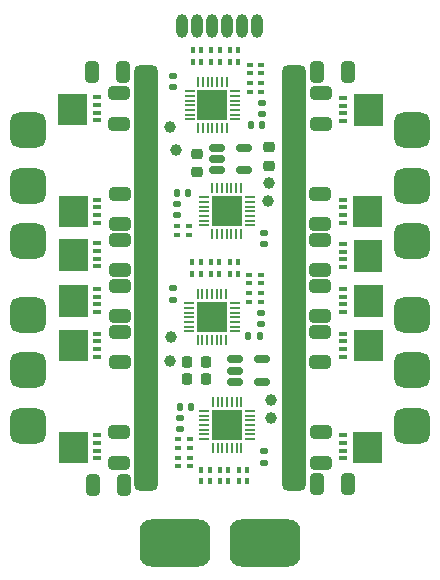
<source format=gbr>
%TF.GenerationSoftware,KiCad,Pcbnew,7.0.2*%
%TF.CreationDate,2023-05-24T20:20:14+03:00*%
%TF.ProjectId,Slimmeri_GD32,536c696d-6d65-4726-995f-474433322e6b,rev?*%
%TF.SameCoordinates,Original*%
%TF.FileFunction,Soldermask,Top*%
%TF.FilePolarity,Negative*%
%FSLAX46Y46*%
G04 Gerber Fmt 4.6, Leading zero omitted, Abs format (unit mm)*
G04 Created by KiCad (PCBNEW 7.0.2) date 2023-05-24 20:20:14*
%MOMM*%
%LPD*%
G01*
G04 APERTURE LIST*
G04 Aperture macros list*
%AMRoundRect*
0 Rectangle with rounded corners*
0 $1 Rounding radius*
0 $2 $3 $4 $5 $6 $7 $8 $9 X,Y pos of 4 corners*
0 Add a 4 corners polygon primitive as box body*
4,1,4,$2,$3,$4,$5,$6,$7,$8,$9,$2,$3,0*
0 Add four circle primitives for the rounded corners*
1,1,$1+$1,$2,$3*
1,1,$1+$1,$4,$5*
1,1,$1+$1,$6,$7*
1,1,$1+$1,$8,$9*
0 Add four rect primitives between the rounded corners*
20,1,$1+$1,$2,$3,$4,$5,0*
20,1,$1+$1,$4,$5,$6,$7,0*
20,1,$1+$1,$6,$7,$8,$9,0*
20,1,$1+$1,$8,$9,$2,$3,0*%
G04 Aperture macros list end*
%ADD10C,0.010000*%
%ADD11O,1.000000X2.000000*%
%ADD12C,1.000000*%
%ADD13R,0.400000X0.500000*%
%ADD14RoundRect,0.750000X-0.750000X0.750000X-0.750000X-0.750000X0.750000X-0.750000X0.750000X0.750000X0*%
%ADD15R,0.700000X0.420000*%
%ADD16RoundRect,0.250000X-0.650000X0.325000X-0.650000X-0.325000X0.650000X-0.325000X0.650000X0.325000X0*%
%ADD17R,0.500000X0.400000*%
%ADD18RoundRect,0.225000X0.225000X0.250000X-0.225000X0.250000X-0.225000X-0.250000X0.225000X-0.250000X0*%
%ADD19RoundRect,0.140000X0.170000X-0.140000X0.170000X0.140000X-0.170000X0.140000X-0.170000X-0.140000X0*%
%ADD20RoundRect,0.250000X0.650000X-0.325000X0.650000X0.325000X-0.650000X0.325000X-0.650000X-0.325000X0*%
%ADD21RoundRect,0.140000X-0.170000X0.140000X-0.170000X-0.140000X0.170000X-0.140000X0.170000X0.140000X0*%
%ADD22R,2.600000X2.600000*%
%ADD23RoundRect,0.050000X-0.050000X-0.387500X0.050000X-0.387500X0.050000X0.387500X-0.050000X0.387500X0*%
%ADD24RoundRect,0.050000X-0.387500X-0.050000X0.387500X-0.050000X0.387500X0.050000X-0.387500X0.050000X0*%
%ADD25RoundRect,0.250000X0.325000X0.650000X-0.325000X0.650000X-0.325000X-0.650000X0.325000X-0.650000X0*%
%ADD26RoundRect,0.750000X0.750000X-0.750000X0.750000X0.750000X-0.750000X0.750000X-0.750000X-0.750000X0*%
%ADD27RoundRect,0.140000X-0.140000X-0.170000X0.140000X-0.170000X0.140000X0.170000X-0.140000X0.170000X0*%
%ADD28RoundRect,1.000000X-2.000000X-1.000000X2.000000X-1.000000X2.000000X1.000000X-2.000000X1.000000X0*%
%ADD29RoundRect,0.434782X-0.565218X-17.565218X0.565218X-17.565218X0.565218X17.565218X-0.565218X17.565218X0*%
%ADD30RoundRect,0.250000X-0.325000X-0.650000X0.325000X-0.650000X0.325000X0.650000X-0.325000X0.650000X0*%
%ADD31RoundRect,0.150000X-0.512500X-0.150000X0.512500X-0.150000X0.512500X0.150000X-0.512500X0.150000X0*%
%ADD32RoundRect,0.050000X0.050000X0.387500X-0.050000X0.387500X-0.050000X-0.387500X0.050000X-0.387500X0*%
%ADD33RoundRect,0.050000X0.387500X0.050000X-0.387500X0.050000X-0.387500X-0.050000X0.387500X-0.050000X0*%
%ADD34RoundRect,0.140000X0.140000X0.170000X-0.140000X0.170000X-0.140000X-0.170000X0.140000X-0.170000X0*%
%ADD35RoundRect,0.225000X-0.250000X0.225000X-0.250000X-0.225000X0.250000X-0.225000X0.250000X0.225000X0*%
G04 APERTURE END LIST*
%TO.C,Q14*%
D10*
X149150000Y-72435000D02*
X148700000Y-72435000D01*
X148700000Y-72465000D01*
X149150000Y-72465000D01*
X149150000Y-73085000D01*
X148700000Y-73085000D01*
X148700000Y-73115000D01*
X149150000Y-73115000D01*
X149150000Y-73735000D01*
X148700000Y-73735000D01*
X148700000Y-73765000D01*
X149150000Y-73765000D01*
X149150000Y-74385000D01*
X146800000Y-74385000D01*
X146800000Y-71815000D01*
X149150000Y-71815000D01*
X149150000Y-72435000D01*
G36*
X149150000Y-72435000D02*
G01*
X148700000Y-72435000D01*
X148700000Y-72465000D01*
X149150000Y-72465000D01*
X149150000Y-73085000D01*
X148700000Y-73085000D01*
X148700000Y-73115000D01*
X149150000Y-73115000D01*
X149150000Y-73735000D01*
X148700000Y-73735000D01*
X148700000Y-73765000D01*
X149150000Y-73765000D01*
X149150000Y-74385000D01*
X146800000Y-74385000D01*
X146800000Y-71815000D01*
X149150000Y-71815000D01*
X149150000Y-72435000D01*
G37*
%TO.C,Q10*%
X124212500Y-70635000D02*
X121862500Y-70635000D01*
X121862500Y-70015000D01*
X122312500Y-70015000D01*
X122312500Y-69985000D01*
X121862500Y-69985000D01*
X121862500Y-69365000D01*
X122312500Y-69365000D01*
X122312500Y-69335000D01*
X121862500Y-69335000D01*
X121862500Y-68715000D01*
X122312500Y-68715000D01*
X122312500Y-68685000D01*
X121862500Y-68685000D01*
X121862500Y-68065000D01*
X124212500Y-68065000D01*
X124212500Y-70635000D01*
G36*
X124212500Y-70635000D02*
G01*
X121862500Y-70635000D01*
X121862500Y-70015000D01*
X122312500Y-70015000D01*
X122312500Y-69985000D01*
X121862500Y-69985000D01*
X121862500Y-69365000D01*
X122312500Y-69365000D01*
X122312500Y-69335000D01*
X121862500Y-69335000D01*
X121862500Y-68715000D01*
X122312500Y-68715000D01*
X122312500Y-68685000D01*
X121862500Y-68685000D01*
X121862500Y-68065000D01*
X124212500Y-68065000D01*
X124212500Y-70635000D01*
G37*
%TO.C,Q18*%
X149175000Y-60060000D02*
X148725000Y-60060000D01*
X148725000Y-60090000D01*
X149175000Y-60090000D01*
X149175000Y-60710000D01*
X148725000Y-60710000D01*
X148725000Y-60740000D01*
X149175000Y-60740000D01*
X149175000Y-61360000D01*
X148725000Y-61360000D01*
X148725000Y-61390000D01*
X149175000Y-61390000D01*
X149175000Y-62010000D01*
X146825000Y-62010000D01*
X146825000Y-59440000D01*
X149175000Y-59440000D01*
X149175000Y-60060000D01*
G36*
X149175000Y-60060000D02*
G01*
X148725000Y-60060000D01*
X148725000Y-60090000D01*
X149175000Y-60090000D01*
X149175000Y-60710000D01*
X148725000Y-60710000D01*
X148725000Y-60740000D01*
X149175000Y-60740000D01*
X149175000Y-61360000D01*
X148725000Y-61360000D01*
X148725000Y-61390000D01*
X149175000Y-61390000D01*
X149175000Y-62010000D01*
X146825000Y-62010000D01*
X146825000Y-59440000D01*
X149175000Y-59440000D01*
X149175000Y-60060000D01*
G37*
%TO.C,Q22*%
X149162500Y-80035000D02*
X148712500Y-80035000D01*
X148712500Y-80065000D01*
X149162500Y-80065000D01*
X149162500Y-80685000D01*
X148712500Y-80685000D01*
X148712500Y-80715000D01*
X149162500Y-80715000D01*
X149162500Y-81335000D01*
X148712500Y-81335000D01*
X148712500Y-81365000D01*
X149162500Y-81365000D01*
X149162500Y-81985000D01*
X146812500Y-81985000D01*
X146812500Y-79415000D01*
X149162500Y-79415000D01*
X149162500Y-80035000D01*
G36*
X149162500Y-80035000D02*
G01*
X148712500Y-80035000D01*
X148712500Y-80065000D01*
X149162500Y-80065000D01*
X149162500Y-80685000D01*
X148712500Y-80685000D01*
X148712500Y-80715000D01*
X149162500Y-80715000D01*
X149162500Y-81335000D01*
X148712500Y-81335000D01*
X148712500Y-81365000D01*
X149162500Y-81365000D01*
X149162500Y-81985000D01*
X146812500Y-81985000D01*
X146812500Y-79415000D01*
X149162500Y-79415000D01*
X149162500Y-80035000D01*
G37*
%TO.C,Q24*%
X149162500Y-76235000D02*
X148712500Y-76235000D01*
X148712500Y-76265000D01*
X149162500Y-76265000D01*
X149162500Y-76885000D01*
X148712500Y-76885000D01*
X148712500Y-76915000D01*
X149162500Y-76915000D01*
X149162500Y-77535000D01*
X148712500Y-77535000D01*
X148712500Y-77565000D01*
X149162500Y-77565000D01*
X149162500Y-78185000D01*
X146812500Y-78185000D01*
X146812500Y-75615000D01*
X149162500Y-75615000D01*
X149162500Y-76235000D01*
G36*
X149162500Y-76235000D02*
G01*
X148712500Y-76235000D01*
X148712500Y-76265000D01*
X149162500Y-76265000D01*
X149162500Y-76885000D01*
X148712500Y-76885000D01*
X148712500Y-76915000D01*
X149162500Y-76915000D01*
X149162500Y-77535000D01*
X148712500Y-77535000D01*
X148712500Y-77565000D01*
X149162500Y-77565000D01*
X149162500Y-78185000D01*
X146812500Y-78185000D01*
X146812500Y-75615000D01*
X149162500Y-75615000D01*
X149162500Y-76235000D01*
G37*
%TO.C,Q16*%
X149125000Y-68685000D02*
X148675000Y-68685000D01*
X148675000Y-68715000D01*
X149125000Y-68715000D01*
X149125000Y-69335000D01*
X148675000Y-69335000D01*
X148675000Y-69365000D01*
X149125000Y-69365000D01*
X149125000Y-69985000D01*
X148675000Y-69985000D01*
X148675000Y-70015000D01*
X149125000Y-70015000D01*
X149125000Y-70635000D01*
X146775000Y-70635000D01*
X146775000Y-68065000D01*
X149125000Y-68065000D01*
X149125000Y-68685000D01*
G36*
X149125000Y-68685000D02*
G01*
X148675000Y-68685000D01*
X148675000Y-68715000D01*
X149125000Y-68715000D01*
X149125000Y-69335000D01*
X148675000Y-69335000D01*
X148675000Y-69365000D01*
X149125000Y-69365000D01*
X149125000Y-69985000D01*
X148675000Y-69985000D01*
X148675000Y-70015000D01*
X149125000Y-70015000D01*
X149125000Y-70635000D01*
X146775000Y-70635000D01*
X146775000Y-68065000D01*
X149125000Y-68065000D01*
X149125000Y-68685000D01*
G37*
%TO.C,Q20*%
X149137500Y-88635000D02*
X148687500Y-88635000D01*
X148687500Y-88665000D01*
X149137500Y-88665000D01*
X149137500Y-89285000D01*
X148687500Y-89285000D01*
X148687500Y-89315000D01*
X149137500Y-89315000D01*
X149137500Y-89935000D01*
X148687500Y-89935000D01*
X148687500Y-89965000D01*
X149137500Y-89965000D01*
X149137500Y-90585000D01*
X146787500Y-90585000D01*
X146787500Y-88015000D01*
X149137500Y-88015000D01*
X149137500Y-88635000D01*
G36*
X149137500Y-88635000D02*
G01*
X148687500Y-88635000D01*
X148687500Y-88665000D01*
X149137500Y-88665000D01*
X149137500Y-89285000D01*
X148687500Y-89285000D01*
X148687500Y-89315000D01*
X149137500Y-89315000D01*
X149137500Y-89935000D01*
X148687500Y-89935000D01*
X148687500Y-89965000D01*
X149137500Y-89965000D01*
X149137500Y-90585000D01*
X146787500Y-90585000D01*
X146787500Y-88015000D01*
X149137500Y-88015000D01*
X149137500Y-88635000D01*
G37*
%TO.C,Q4*%
X124200000Y-81985000D02*
X121850000Y-81985000D01*
X121850000Y-81365000D01*
X122300000Y-81365000D01*
X122300000Y-81335000D01*
X121850000Y-81335000D01*
X121850000Y-80715000D01*
X122300000Y-80715000D01*
X122300000Y-80685000D01*
X121850000Y-80685000D01*
X121850000Y-80065000D01*
X122300000Y-80065000D01*
X122300000Y-80035000D01*
X121850000Y-80035000D01*
X121850000Y-79415000D01*
X124200000Y-79415000D01*
X124200000Y-81985000D01*
G36*
X124200000Y-81985000D02*
G01*
X121850000Y-81985000D01*
X121850000Y-81365000D01*
X122300000Y-81365000D01*
X122300000Y-81335000D01*
X121850000Y-81335000D01*
X121850000Y-80715000D01*
X122300000Y-80715000D01*
X122300000Y-80685000D01*
X121850000Y-80685000D01*
X121850000Y-80065000D01*
X122300000Y-80065000D01*
X122300000Y-80035000D01*
X121850000Y-80035000D01*
X121850000Y-79415000D01*
X124200000Y-79415000D01*
X124200000Y-81985000D01*
G37*
%TO.C,Q6*%
X124200000Y-90585000D02*
X121850000Y-90585000D01*
X121850000Y-89965000D01*
X122300000Y-89965000D01*
X122300000Y-89935000D01*
X121850000Y-89935000D01*
X121850000Y-89315000D01*
X122300000Y-89315000D01*
X122300000Y-89285000D01*
X121850000Y-89285000D01*
X121850000Y-88665000D01*
X122300000Y-88665000D01*
X122300000Y-88635000D01*
X121850000Y-88635000D01*
X121850000Y-88015000D01*
X124200000Y-88015000D01*
X124200000Y-90585000D01*
G36*
X124200000Y-90585000D02*
G01*
X121850000Y-90585000D01*
X121850000Y-89965000D01*
X122300000Y-89965000D01*
X122300000Y-89935000D01*
X121850000Y-89935000D01*
X121850000Y-89315000D01*
X122300000Y-89315000D01*
X122300000Y-89285000D01*
X121850000Y-89285000D01*
X121850000Y-88665000D01*
X122300000Y-88665000D01*
X122300000Y-88635000D01*
X121850000Y-88635000D01*
X121850000Y-88015000D01*
X124200000Y-88015000D01*
X124200000Y-90585000D01*
G37*
%TO.C,Q1*%
X124200000Y-78185000D02*
X121850000Y-78185000D01*
X121850000Y-77565000D01*
X122300000Y-77565000D01*
X122300000Y-77535000D01*
X121850000Y-77535000D01*
X121850000Y-76915000D01*
X122300000Y-76915000D01*
X122300000Y-76885000D01*
X121850000Y-76885000D01*
X121850000Y-76265000D01*
X122300000Y-76265000D01*
X122300000Y-76235000D01*
X121850000Y-76235000D01*
X121850000Y-75615000D01*
X124200000Y-75615000D01*
X124200000Y-78185000D01*
G36*
X124200000Y-78185000D02*
G01*
X121850000Y-78185000D01*
X121850000Y-77565000D01*
X122300000Y-77565000D01*
X122300000Y-77535000D01*
X121850000Y-77535000D01*
X121850000Y-76915000D01*
X122300000Y-76915000D01*
X122300000Y-76885000D01*
X121850000Y-76885000D01*
X121850000Y-76265000D01*
X122300000Y-76265000D01*
X122300000Y-76235000D01*
X121850000Y-76235000D01*
X121850000Y-75615000D01*
X124200000Y-75615000D01*
X124200000Y-78185000D01*
G37*
%TO.C,Q8*%
X124162500Y-61960000D02*
X121812500Y-61960000D01*
X121812500Y-61340000D01*
X122262500Y-61340000D01*
X122262500Y-61310000D01*
X121812500Y-61310000D01*
X121812500Y-60690000D01*
X122262500Y-60690000D01*
X122262500Y-60660000D01*
X121812500Y-60660000D01*
X121812500Y-60040000D01*
X122262500Y-60040000D01*
X122262500Y-60010000D01*
X121812500Y-60010000D01*
X121812500Y-59390000D01*
X124162500Y-59390000D01*
X124162500Y-61960000D01*
G36*
X124162500Y-61960000D02*
G01*
X121812500Y-61960000D01*
X121812500Y-61340000D01*
X122262500Y-61340000D01*
X122262500Y-61310000D01*
X121812500Y-61310000D01*
X121812500Y-60690000D01*
X122262500Y-60690000D01*
X122262500Y-60660000D01*
X121812500Y-60660000D01*
X121812500Y-60040000D01*
X122262500Y-60040000D01*
X122262500Y-60010000D01*
X121812500Y-60010000D01*
X121812500Y-59390000D01*
X124162500Y-59390000D01*
X124162500Y-61960000D01*
G37*
%TO.C,Q12*%
X124200000Y-74310000D02*
X121850000Y-74310000D01*
X121850000Y-73690000D01*
X122300000Y-73690000D01*
X122300000Y-73660000D01*
X121850000Y-73660000D01*
X121850000Y-73040000D01*
X122300000Y-73040000D01*
X122300000Y-73010000D01*
X121850000Y-73010000D01*
X121850000Y-72390000D01*
X122300000Y-72390000D01*
X122300000Y-72360000D01*
X121850000Y-72360000D01*
X121850000Y-71740000D01*
X124200000Y-71740000D01*
X124200000Y-74310000D01*
G36*
X124200000Y-74310000D02*
G01*
X121850000Y-74310000D01*
X121850000Y-73690000D01*
X122300000Y-73690000D01*
X122300000Y-73660000D01*
X121850000Y-73660000D01*
X121850000Y-73040000D01*
X122300000Y-73040000D01*
X122300000Y-73010000D01*
X121850000Y-73010000D01*
X121850000Y-72390000D01*
X122300000Y-72390000D01*
X122300000Y-72360000D01*
X121850000Y-72360000D01*
X121850000Y-71740000D01*
X124200000Y-71740000D01*
X124200000Y-74310000D01*
G37*
%TD*%
D11*
%TO.C,J13*%
X138590000Y-53637500D03*
X137320000Y-53637500D03*
X136050000Y-53637500D03*
X134780000Y-53637500D03*
X133510000Y-53637500D03*
X132240000Y-53637500D03*
%TD*%
D12*
%TO.C,TP8*%
X131275000Y-82025000D03*
%TD*%
%TO.C,TP7*%
X131300000Y-80025000D03*
%TD*%
%TO.C,TP6*%
X131750000Y-64175000D03*
%TD*%
%TO.C,TP5*%
X131225000Y-62175000D03*
%TD*%
%TO.C,TP4*%
X139650000Y-66925000D03*
%TD*%
%TO.C,TP3*%
X139575000Y-68450000D03*
%TD*%
%TO.C,TP2*%
X139800000Y-85300000D03*
%TD*%
%TO.C,TP1*%
X139825000Y-86850000D03*
%TD*%
D13*
%TO.C,RN24*%
X136325000Y-55675000D03*
X137025000Y-55675000D03*
X137025000Y-56675000D03*
X136325000Y-56675000D03*
%TD*%
D12*
%TO.C,J7*%
X151000000Y-72650000D03*
X152500000Y-72650000D03*
D14*
X151750000Y-71900000D03*
D12*
X151000000Y-71150000D03*
X152500000Y-71150000D03*
%TD*%
D13*
%TO.C,RN8*%
X136200000Y-92225000D03*
X135500000Y-92225000D03*
X135500000Y-91225000D03*
X136200000Y-91225000D03*
%TD*%
D15*
%TO.C,Q14*%
X145900000Y-74075000D03*
X145900000Y-73425000D03*
X145900000Y-72775000D03*
X145900000Y-72125000D03*
%TD*%
D12*
%TO.C,J4*%
X118500000Y-63250000D03*
X120000000Y-63250000D03*
D14*
X119250000Y-62500000D03*
D12*
X118500000Y-61750000D03*
X120000000Y-61750000D03*
%TD*%
D16*
%TO.C,C63*%
X127025000Y-82150000D03*
X127025000Y-79550000D03*
%TD*%
D15*
%TO.C,Q10*%
X125112500Y-68375000D03*
X125112500Y-69025000D03*
X125112500Y-69675000D03*
X125112500Y-70325000D03*
%TD*%
D17*
%TO.C,RN14*%
X131875000Y-71325000D03*
X131875000Y-70625000D03*
X132875000Y-70625000D03*
X132875000Y-71325000D03*
%TD*%
D15*
%TO.C,Q18*%
X145925000Y-61700000D03*
X145925000Y-61050000D03*
X145925000Y-60400000D03*
X145925000Y-59750000D03*
%TD*%
D18*
%TO.C,C32*%
X132725000Y-83550000D03*
X134275000Y-83550000D03*
%TD*%
D19*
%TO.C,C15*%
X131550000Y-57857500D03*
X131550000Y-58817500D03*
%TD*%
D20*
%TO.C,C57*%
X127025000Y-70450000D03*
X127025000Y-67850000D03*
%TD*%
%TO.C,C64*%
X127025000Y-75650000D03*
X127025000Y-78250000D03*
%TD*%
D12*
%TO.C,J8*%
X151000000Y-67950000D03*
X152500000Y-67950000D03*
D14*
X151750000Y-67200000D03*
D12*
X151000000Y-66450000D03*
X152500000Y-66450000D03*
%TD*%
D16*
%TO.C,C49*%
X143975000Y-74350000D03*
X143975000Y-71750000D03*
%TD*%
D21*
%TO.C,C16*%
X139050000Y-61130000D03*
X139050000Y-60170000D03*
%TD*%
D13*
%TO.C,RN28*%
X133149503Y-74675000D03*
X133849503Y-74675000D03*
X133849503Y-73675000D03*
X133149503Y-73675000D03*
%TD*%
D22*
%TO.C,U1*%
X136100000Y-87450000D03*
D23*
X134900000Y-85512500D03*
X135300000Y-85512500D03*
X135700000Y-85512500D03*
X136100000Y-85512500D03*
X136500000Y-85512500D03*
X136900000Y-85512500D03*
X137300000Y-85512500D03*
D24*
X138037500Y-86250000D03*
X138037500Y-86650000D03*
X138037500Y-87050000D03*
X138037500Y-87450000D03*
X138037500Y-87850000D03*
X138037500Y-88250000D03*
X138037500Y-88650000D03*
D23*
X137300000Y-89387500D03*
X136900000Y-89387500D03*
X136500000Y-89387500D03*
X136100000Y-89387500D03*
X135700000Y-89387500D03*
X135300000Y-89387500D03*
X134900000Y-89387500D03*
D24*
X134162500Y-88650000D03*
X134162500Y-88250000D03*
X134162500Y-87850000D03*
X134162500Y-87450000D03*
X134162500Y-87050000D03*
X134162500Y-86650000D03*
X134162500Y-86250000D03*
%TD*%
D21*
%TO.C,C5*%
X139175000Y-72130000D03*
X139175000Y-71170000D03*
%TD*%
%TO.C,C1*%
X139225000Y-90630000D03*
X139225000Y-89670000D03*
%TD*%
D19*
%TO.C,C4*%
X132125000Y-86845000D03*
X132125000Y-87805000D03*
%TD*%
D17*
%TO.C,RN4*%
X131950000Y-90912500D03*
X131950000Y-90212500D03*
X132950000Y-90212500D03*
X132950000Y-90912500D03*
%TD*%
D19*
%TO.C,C23*%
X131549503Y-76830000D03*
X131549503Y-75870000D03*
%TD*%
D25*
%TO.C,C52*%
X143700000Y-92450000D03*
X146300000Y-92450000D03*
%TD*%
D16*
%TO.C,C58*%
X127025000Y-71750000D03*
X127025000Y-74350000D03*
%TD*%
D18*
%TO.C,C30*%
X132725000Y-82075000D03*
X134275000Y-82075000D03*
%TD*%
D12*
%TO.C,J12*%
X152500000Y-77350000D03*
X151000000Y-77350000D03*
D26*
X151750000Y-78100000D03*
D12*
X152500000Y-78850000D03*
X151000000Y-78850000D03*
%TD*%
D27*
%TO.C,C18*%
X139080000Y-62075000D03*
X138120000Y-62075000D03*
%TD*%
D28*
%TO.C,TP14*%
X139300000Y-97400000D03*
%TD*%
D15*
%TO.C,Q22*%
X145912500Y-81675000D03*
X145912500Y-81025000D03*
X145912500Y-80375000D03*
X145912500Y-79725000D03*
%TD*%
D29*
%TO.C,TP11*%
X129250000Y-74975000D03*
%TD*%
D12*
%TO.C,J5*%
X118500000Y-67950000D03*
X120000000Y-67950000D03*
D14*
X119250000Y-67200000D03*
D12*
X118500000Y-66450000D03*
X120000000Y-66450000D03*
%TD*%
D17*
%TO.C,RN30*%
X138974503Y-76300000D03*
X138974503Y-77000000D03*
X137974503Y-77000000D03*
X137974503Y-76300000D03*
%TD*%
D25*
%TO.C,C68*%
X143725000Y-57600000D03*
X146325000Y-57600000D03*
%TD*%
D16*
%TO.C,C55*%
X144075000Y-90625000D03*
X144075000Y-88025000D03*
%TD*%
D15*
%TO.C,Q24*%
X145912500Y-77875000D03*
X145912500Y-77225000D03*
X145912500Y-76575000D03*
X145912500Y-75925000D03*
%TD*%
D12*
%TO.C,J9*%
X151000000Y-63250000D03*
X152500000Y-63250000D03*
D14*
X151750000Y-62500000D03*
D12*
X151000000Y-61750000D03*
X152500000Y-61750000D03*
%TD*%
D30*
%TO.C,C51*%
X127375000Y-92525000D03*
X124775000Y-92525000D03*
%TD*%
D12*
%TO.C,J11*%
X152500000Y-82050000D03*
X151000000Y-82050000D03*
D26*
X151750000Y-82800000D03*
D12*
X152500000Y-83550000D03*
X151000000Y-83550000D03*
%TD*%
D20*
%TO.C,C48*%
X143975000Y-67850000D03*
X143975000Y-70450000D03*
%TD*%
D15*
%TO.C,Q16*%
X145875000Y-70325000D03*
X145875000Y-69675000D03*
X145875000Y-69025000D03*
X145875000Y-68375000D03*
%TD*%
%TO.C,Q20*%
X145887500Y-90275000D03*
X145887500Y-89625000D03*
X145887500Y-88975000D03*
X145887500Y-88325000D03*
%TD*%
D16*
%TO.C,C50*%
X143975000Y-82150000D03*
X143975000Y-79550000D03*
%TD*%
D13*
%TO.C,RN32*%
X136299503Y-74675000D03*
X136999503Y-74675000D03*
X136999503Y-73675000D03*
X136299503Y-73675000D03*
%TD*%
D27*
%TO.C,C25*%
X138854503Y-79950000D03*
X137894503Y-79950000D03*
%TD*%
D17*
%TO.C,RN6*%
X131950000Y-89362500D03*
X131950000Y-88662500D03*
X132950000Y-88662500D03*
X132950000Y-89362500D03*
%TD*%
D28*
%TO.C,TP13*%
X131700000Y-97400000D03*
%TD*%
D13*
%TO.C,RN7*%
X137800000Y-92225000D03*
X137100000Y-92225000D03*
X137100000Y-91225000D03*
X137800000Y-91225000D03*
%TD*%
D30*
%TO.C,C40*%
X127250000Y-57550000D03*
X124650000Y-57550000D03*
%TD*%
D31*
%TO.C,U9*%
X139062500Y-81900000D03*
X139062500Y-83800000D03*
X136787500Y-83800000D03*
X136787500Y-82850000D03*
X136787500Y-81900000D03*
%TD*%
D12*
%TO.C,J1*%
X120000000Y-77350000D03*
X118500000Y-77350000D03*
D26*
X119250000Y-78100000D03*
D12*
X120000000Y-78850000D03*
X118500000Y-78850000D03*
%TD*%
D15*
%TO.C,Q4*%
X125100000Y-79725000D03*
X125100000Y-80375000D03*
X125100000Y-81025000D03*
X125100000Y-81675000D03*
%TD*%
D13*
%TO.C,RN29*%
X134724503Y-74675000D03*
X135424503Y-74675000D03*
X135424503Y-73675000D03*
X134724503Y-73675000D03*
%TD*%
D20*
%TO.C,C71*%
X144050000Y-59350000D03*
X144050000Y-61950000D03*
%TD*%
D29*
%TO.C,TP12*%
X141750000Y-74975000D03*
%TD*%
D13*
%TO.C,RN5*%
X134600000Y-92225000D03*
X133900000Y-92225000D03*
X133900000Y-91225000D03*
X134600000Y-91225000D03*
%TD*%
D22*
%TO.C,U3*%
X136050000Y-69350000D03*
D23*
X134850000Y-67412500D03*
X135250000Y-67412500D03*
X135650000Y-67412500D03*
X136050000Y-67412500D03*
X136450000Y-67412500D03*
X136850000Y-67412500D03*
X137250000Y-67412500D03*
D24*
X137987500Y-68150000D03*
X137987500Y-68550000D03*
X137987500Y-68950000D03*
X137987500Y-69350000D03*
X137987500Y-69750000D03*
X137987500Y-70150000D03*
X137987500Y-70550000D03*
D23*
X137250000Y-71287500D03*
X136850000Y-71287500D03*
X136450000Y-71287500D03*
X136050000Y-71287500D03*
X135650000Y-71287500D03*
X135250000Y-71287500D03*
X134850000Y-71287500D03*
D24*
X134112500Y-70550000D03*
X134112500Y-70150000D03*
X134112500Y-69750000D03*
X134112500Y-69350000D03*
X134112500Y-68950000D03*
X134112500Y-68550000D03*
X134112500Y-68150000D03*
%TD*%
D12*
%TO.C,J10*%
X152500000Y-86750000D03*
X151000000Y-86750000D03*
D26*
X151750000Y-87500000D03*
D12*
X152500000Y-88250000D03*
X151000000Y-88250000D03*
%TD*%
D22*
%TO.C,U5*%
X134850000Y-60375000D03*
D32*
X136050000Y-62312500D03*
X135650000Y-62312500D03*
X135250000Y-62312500D03*
X134850000Y-62312500D03*
X134450000Y-62312500D03*
X134050000Y-62312500D03*
X133650000Y-62312500D03*
D33*
X132912500Y-61575000D03*
X132912500Y-61175000D03*
X132912500Y-60775000D03*
X132912500Y-60375000D03*
X132912500Y-59975000D03*
X132912500Y-59575000D03*
X132912500Y-59175000D03*
D32*
X133650000Y-58437500D03*
X134050000Y-58437500D03*
X134450000Y-58437500D03*
X134850000Y-58437500D03*
X135250000Y-58437500D03*
X135650000Y-58437500D03*
X136050000Y-58437500D03*
D33*
X136787500Y-59175000D03*
X136787500Y-59575000D03*
X136787500Y-59975000D03*
X136787500Y-60375000D03*
X136787500Y-60775000D03*
X136787500Y-61175000D03*
X136787500Y-61575000D03*
%TD*%
D15*
%TO.C,Q6*%
X125100000Y-90275000D03*
X125100000Y-89625000D03*
X125100000Y-88975000D03*
X125100000Y-88325000D03*
%TD*%
D17*
%TO.C,RN31*%
X138974503Y-74725000D03*
X138974503Y-75425000D03*
X137974503Y-75425000D03*
X137974503Y-74725000D03*
%TD*%
D15*
%TO.C,Q1*%
X125100000Y-75925000D03*
X125100000Y-76575000D03*
X125100000Y-77225000D03*
X125100000Y-77875000D03*
%TD*%
D17*
%TO.C,RN22*%
X139000000Y-58525000D03*
X139000000Y-59225000D03*
X138000000Y-59225000D03*
X138000000Y-58525000D03*
%TD*%
D34*
%TO.C,C8*%
X131820000Y-67825000D03*
X132780000Y-67825000D03*
%TD*%
D13*
%TO.C,RN21*%
X134750000Y-55675000D03*
X135450000Y-55675000D03*
X135450000Y-56675000D03*
X134750000Y-56675000D03*
%TD*%
D34*
%TO.C,C13*%
X132070000Y-85950000D03*
X133030000Y-85950000D03*
%TD*%
D20*
%TO.C,C38*%
X126925000Y-59375000D03*
X126925000Y-61975000D03*
%TD*%
D15*
%TO.C,Q8*%
X125062500Y-61650000D03*
X125062500Y-61000000D03*
X125062500Y-60350000D03*
X125062500Y-59700000D03*
%TD*%
D16*
%TO.C,C53*%
X126900000Y-90625000D03*
X126900000Y-88025000D03*
%TD*%
D12*
%TO.C,J2*%
X120000000Y-82050000D03*
X118500000Y-82050000D03*
D26*
X119250000Y-82800000D03*
D12*
X120000000Y-83550000D03*
X118500000Y-83550000D03*
%TD*%
D19*
%TO.C,C6*%
X131850000Y-68745000D03*
X131850000Y-69705000D03*
%TD*%
D15*
%TO.C,Q12*%
X125100000Y-72050000D03*
X125100000Y-72700000D03*
X125100000Y-73350000D03*
X125100000Y-74000000D03*
%TD*%
D13*
%TO.C,RN20*%
X133175000Y-55675000D03*
X133875000Y-55675000D03*
X133875000Y-56675000D03*
X133175000Y-56675000D03*
%TD*%
D12*
%TO.C,J6*%
X118500000Y-72650000D03*
X120000000Y-72650000D03*
D14*
X119250000Y-71900000D03*
D12*
X118500000Y-71150000D03*
X120000000Y-71150000D03*
%TD*%
D17*
%TO.C,RN23*%
X139000000Y-56950000D03*
X139000000Y-57650000D03*
X138000000Y-57650000D03*
X138000000Y-56950000D03*
%TD*%
D21*
%TO.C,C22*%
X138974503Y-78905000D03*
X138974503Y-77945000D03*
%TD*%
D22*
%TO.C,U7*%
X134800000Y-78325000D03*
D32*
X136000000Y-80262500D03*
X135600000Y-80262500D03*
X135200000Y-80262500D03*
X134800000Y-80262500D03*
X134400000Y-80262500D03*
X134000000Y-80262500D03*
X133600000Y-80262500D03*
D33*
X132862500Y-79525000D03*
X132862500Y-79125000D03*
X132862500Y-78725000D03*
X132862500Y-78325000D03*
X132862500Y-77925000D03*
X132862500Y-77525000D03*
X132862500Y-77125000D03*
D32*
X133600000Y-76387500D03*
X134000000Y-76387500D03*
X134400000Y-76387500D03*
X134800000Y-76387500D03*
X135200000Y-76387500D03*
X135600000Y-76387500D03*
X136000000Y-76387500D03*
D33*
X136737500Y-77125000D03*
X136737500Y-77525000D03*
X136737500Y-77925000D03*
X136737500Y-78325000D03*
X136737500Y-78725000D03*
X136737500Y-79125000D03*
X136737500Y-79525000D03*
%TD*%
D12*
%TO.C,J3*%
X120000000Y-86750000D03*
X118500000Y-86750000D03*
D26*
X119250000Y-87500000D03*
D12*
X120000000Y-88250000D03*
X118500000Y-88250000D03*
%TD*%
D20*
%TO.C,C43*%
X143975000Y-75650000D03*
X143975000Y-78250000D03*
%TD*%
D35*
%TO.C,C31*%
X133525000Y-66025000D03*
X133525000Y-64475000D03*
%TD*%
%TO.C,C29*%
X139625000Y-65500000D03*
X139625000Y-63950000D03*
%TD*%
D31*
%TO.C,U11*%
X137537500Y-63975000D03*
X137537500Y-65875000D03*
X135262500Y-65875000D03*
X135262500Y-64925000D03*
X135262500Y-63975000D03*
%TD*%
M02*

</source>
